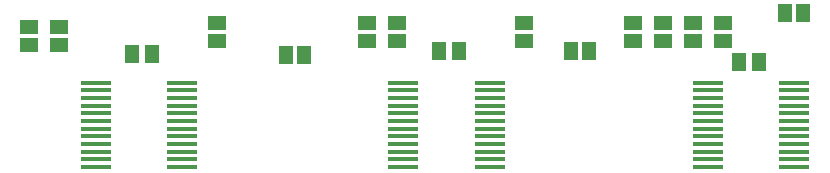
<source format=gtp>
G04 EAGLE Gerber RS-274X export*
G75*
%MOMM*%
%FSLAX34Y34*%
%LPD*%
%INSolderpaste Top*%
%IPPOS*%
%AMOC8*
5,1,8,0,0,1.08239X$1,22.5*%
G01*
%ADD10R,1.300000X1.500000*%
%ADD11R,1.168400X1.600200*%
%ADD12R,2.500000X0.304800*%
%ADD13R,1.600200X1.168400*%


D10*
X751450Y343000D03*
X734450Y343000D03*
X237100Y349350D03*
X220100Y349350D03*
X497450Y352525D03*
X480450Y352525D03*
D11*
X788670Y384175D03*
X773430Y384175D03*
X592455Y352425D03*
X607695Y352425D03*
X351155Y349250D03*
X366395Y349250D03*
D12*
X707694Y325500D03*
X707694Y319000D03*
X707694Y312500D03*
X707694Y306000D03*
X707694Y299500D03*
X707694Y293000D03*
X707694Y286500D03*
X707694Y280000D03*
X707694Y273500D03*
X707694Y267000D03*
X707694Y260500D03*
X707694Y254000D03*
X781050Y254000D03*
X781050Y260500D03*
X781050Y267000D03*
X781050Y273500D03*
X781050Y280000D03*
X781050Y286500D03*
X781050Y293000D03*
X781050Y299500D03*
X781050Y306000D03*
X781050Y312500D03*
X781050Y319000D03*
X781050Y325500D03*
X450188Y325500D03*
X450188Y319000D03*
X450188Y312500D03*
X450188Y306000D03*
X450188Y299500D03*
X450188Y293000D03*
X450188Y286500D03*
X450188Y280000D03*
X450188Y273500D03*
X450188Y267000D03*
X450188Y260500D03*
X450188Y254000D03*
X523544Y254000D03*
X523544Y260500D03*
X523544Y267000D03*
X523544Y273500D03*
X523544Y280000D03*
X523544Y286500D03*
X523544Y293000D03*
X523544Y299500D03*
X523544Y306000D03*
X523544Y312500D03*
X523544Y319000D03*
X523544Y325500D03*
X189507Y325500D03*
X189507Y319000D03*
X189507Y312500D03*
X189507Y306000D03*
X189507Y299500D03*
X189507Y293000D03*
X189507Y286500D03*
X189507Y280000D03*
X189507Y273500D03*
X189507Y267000D03*
X189507Y260500D03*
X189507Y254000D03*
X262863Y254000D03*
X262863Y260500D03*
X262863Y267000D03*
X262863Y273500D03*
X262863Y280000D03*
X262863Y286500D03*
X262863Y293000D03*
X262863Y299500D03*
X262863Y306000D03*
X262863Y312500D03*
X262863Y319000D03*
X262863Y325500D03*
D13*
X720725Y360680D03*
X720725Y375920D03*
X669925Y360680D03*
X669925Y375920D03*
X695325Y360680D03*
X695325Y375920D03*
X644525Y360680D03*
X644525Y375920D03*
X552450Y360680D03*
X552450Y375920D03*
X444500Y360680D03*
X444500Y375920D03*
X419100Y360680D03*
X419100Y375920D03*
X292100Y360680D03*
X292100Y375920D03*
X158750Y357505D03*
X158750Y372745D03*
X133350Y357505D03*
X133350Y372745D03*
M02*

</source>
